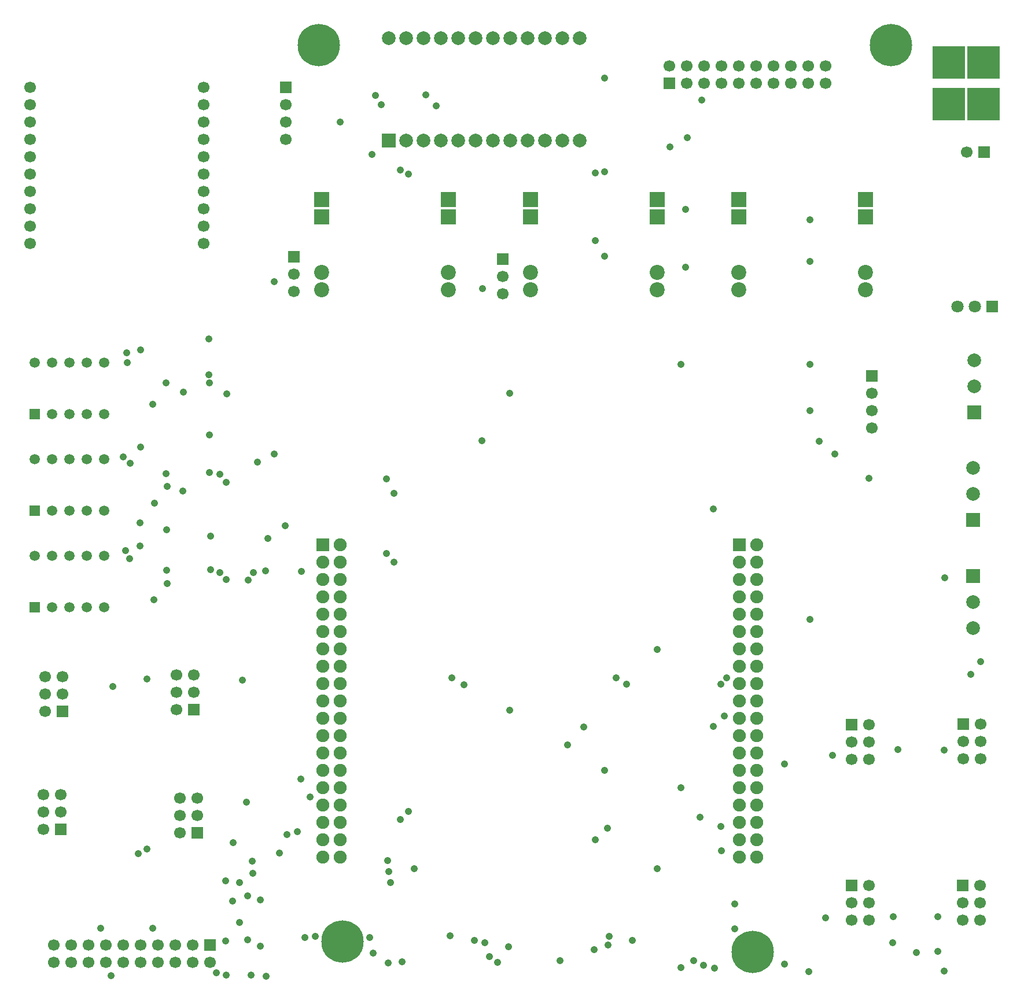
<source format=gbs>
G04*
G04 #@! TF.GenerationSoftware,Altium Limited,Altium Designer,22.11.1 (43)*
G04*
G04 Layer_Color=16711935*
%FSLAX25Y25*%
%MOIN*%
G70*
G04*
G04 #@! TF.SameCoordinates,543C29E0-401B-4264-9DD2-DFAFA9D5F2C1*
G04*
G04*
G04 #@! TF.FilePolarity,Negative*
G04*
G01*
G75*
%ADD30R,0.08661X0.08661*%
%ADD31C,0.08661*%
%ADD32C,0.06693*%
%ADD33R,0.06693X0.06693*%
%ADD34R,0.06693X0.06693*%
%ADD35C,0.07874*%
%ADD36R,0.07874X0.07874*%
%ADD37R,0.06693X0.06693*%
%ADD38R,0.07480X0.07480*%
%ADD39C,0.07480*%
%ADD40R,0.06693X0.06693*%
%ADD41R,0.18504X0.18504*%
%ADD42C,0.07087*%
%ADD43R,0.07087X0.07087*%
%ADD44C,0.05906*%
%ADD45R,0.05906X0.05906*%
%ADD46C,0.24410*%
%ADD47C,0.04134*%
D30*
X261894Y457387D02*
D03*
Y447387D02*
D03*
X188894D02*
D03*
Y457387D02*
D03*
X502051D02*
D03*
Y447387D02*
D03*
X429051D02*
D03*
Y457387D02*
D03*
X308972D02*
D03*
Y447387D02*
D03*
X381972D02*
D03*
Y457387D02*
D03*
D31*
X188894Y405387D02*
D03*
X261894D02*
D03*
X188894Y415387D02*
D03*
X261894D02*
D03*
X429051Y405387D02*
D03*
X502051D02*
D03*
X429051Y415387D02*
D03*
X502051D02*
D03*
X381972D02*
D03*
X308972D02*
D03*
X381972Y405387D02*
D03*
X308972D02*
D03*
D32*
X293000Y402800D02*
D03*
Y412800D02*
D03*
X458976Y534311D02*
D03*
Y524311D02*
D03*
X448976Y534311D02*
D03*
Y524311D02*
D03*
X438976Y534311D02*
D03*
Y524311D02*
D03*
X428976Y534311D02*
D03*
Y524311D02*
D03*
X418976Y534311D02*
D03*
Y524311D02*
D03*
X408976Y534311D02*
D03*
Y524311D02*
D03*
X398976Y534311D02*
D03*
Y524311D02*
D03*
X388976Y534311D02*
D03*
X468976Y524311D02*
D03*
Y534311D02*
D03*
X478976Y524311D02*
D03*
Y534311D02*
D03*
X120827Y521874D02*
D03*
Y511874D02*
D03*
Y501874D02*
D03*
Y491874D02*
D03*
Y481874D02*
D03*
Y471874D02*
D03*
Y461874D02*
D03*
Y451874D02*
D03*
Y441874D02*
D03*
Y431874D02*
D03*
X20827D02*
D03*
Y441874D02*
D03*
Y451874D02*
D03*
Y461874D02*
D03*
Y471874D02*
D03*
Y481874D02*
D03*
Y491874D02*
D03*
Y501874D02*
D03*
Y511874D02*
D03*
Y521874D02*
D03*
X105236Y163228D02*
D03*
X115236Y183228D02*
D03*
X105236D02*
D03*
Y173228D02*
D03*
X115236D02*
D03*
X29449Y162244D02*
D03*
X39449Y182244D02*
D03*
X29449D02*
D03*
Y172244D02*
D03*
X39449D02*
D03*
X107205Y92362D02*
D03*
X117205Y112362D02*
D03*
X107205D02*
D03*
Y102362D02*
D03*
X117205D02*
D03*
X28465Y94331D02*
D03*
X38465Y114331D02*
D03*
X28465D02*
D03*
Y104331D02*
D03*
X38465D02*
D03*
X34488Y17717D02*
D03*
Y27716D02*
D03*
X44488Y17717D02*
D03*
Y27716D02*
D03*
X124488Y17717D02*
D03*
X114488Y27716D02*
D03*
Y17717D02*
D03*
X104488Y27716D02*
D03*
Y17717D02*
D03*
X94488Y27716D02*
D03*
Y17717D02*
D03*
X84488Y27716D02*
D03*
Y17717D02*
D03*
X74488Y27716D02*
D03*
Y17717D02*
D03*
X64488Y27716D02*
D03*
Y17717D02*
D03*
X54488Y27716D02*
D03*
Y17717D02*
D03*
X560500Y484700D02*
D03*
X172900Y414400D02*
D03*
Y404400D02*
D03*
X568071Y61811D02*
D03*
X558071Y41811D02*
D03*
X568071D02*
D03*
Y51811D02*
D03*
X558071D02*
D03*
X504095Y62008D02*
D03*
X494095Y42008D02*
D03*
X504095D02*
D03*
Y52008D02*
D03*
X494095D02*
D03*
X568307Y155079D02*
D03*
X558307Y135079D02*
D03*
X568307D02*
D03*
Y145079D02*
D03*
X558307D02*
D03*
X504095Y154528D02*
D03*
X494095Y134528D02*
D03*
X504095D02*
D03*
Y144528D02*
D03*
X494095D02*
D03*
X505905Y325630D02*
D03*
Y335630D02*
D03*
Y345630D02*
D03*
X168110Y491968D02*
D03*
Y501968D02*
D03*
Y511969D02*
D03*
D33*
X293000Y422800D02*
D03*
X172900Y424400D02*
D03*
D34*
X388976Y524311D02*
D03*
X124488Y27716D02*
D03*
D35*
X564700Y364700D02*
D03*
Y349700D02*
D03*
X563976Y302547D02*
D03*
Y287547D02*
D03*
X337480Y550197D02*
D03*
X327480D02*
D03*
X317480D02*
D03*
X307480D02*
D03*
X297480D02*
D03*
X287480D02*
D03*
X277480D02*
D03*
X267480D02*
D03*
X257480D02*
D03*
X247480D02*
D03*
X237480D02*
D03*
X227480D02*
D03*
X337480Y491142D02*
D03*
X327480D02*
D03*
X317480D02*
D03*
X307480D02*
D03*
X297480D02*
D03*
X287480D02*
D03*
X277480D02*
D03*
X267480D02*
D03*
X257480D02*
D03*
X247480D02*
D03*
X237480D02*
D03*
X563976Y225394D02*
D03*
Y210394D02*
D03*
D36*
X564700Y334700D02*
D03*
X563976Y272547D02*
D03*
X227480Y491142D02*
D03*
X563976Y240394D02*
D03*
D37*
X115236Y163228D02*
D03*
X39449Y162244D02*
D03*
X117205Y92362D02*
D03*
X38465Y94331D02*
D03*
X558071Y61811D02*
D03*
X494095Y62008D02*
D03*
X558307Y155079D02*
D03*
X494095Y154528D02*
D03*
X505905Y355630D02*
D03*
X168110Y521969D02*
D03*
D38*
X429272Y258169D02*
D03*
X189272D02*
D03*
D39*
X439272D02*
D03*
X429272Y248169D02*
D03*
X439272D02*
D03*
X429272Y238169D02*
D03*
X439272D02*
D03*
X429272Y228169D02*
D03*
X439272D02*
D03*
X429272Y218169D02*
D03*
X439272D02*
D03*
X429272Y208169D02*
D03*
X439272D02*
D03*
X429272Y198169D02*
D03*
X439272D02*
D03*
X429272Y188169D02*
D03*
X439272D02*
D03*
X429272Y178169D02*
D03*
X439272D02*
D03*
X429272Y168169D02*
D03*
X439272D02*
D03*
X429272Y158169D02*
D03*
X439272D02*
D03*
X429272Y148169D02*
D03*
X439272D02*
D03*
X429272Y138169D02*
D03*
X439272D02*
D03*
X429272Y128169D02*
D03*
X439272D02*
D03*
X429272Y118169D02*
D03*
X439272D02*
D03*
X429272Y108169D02*
D03*
X439272D02*
D03*
X429272Y98169D02*
D03*
X439272D02*
D03*
X429272Y88169D02*
D03*
X439272D02*
D03*
X429272Y78169D02*
D03*
X439272D02*
D03*
X199272Y258169D02*
D03*
X189272Y248169D02*
D03*
X199272D02*
D03*
X189272Y238169D02*
D03*
X199272D02*
D03*
X189272Y228169D02*
D03*
X199272D02*
D03*
X189272Y218169D02*
D03*
X199272D02*
D03*
X189272Y208169D02*
D03*
X199272D02*
D03*
X189272Y198169D02*
D03*
X199272D02*
D03*
X189272Y188169D02*
D03*
X199272D02*
D03*
X189272Y178169D02*
D03*
X199272D02*
D03*
X189272Y168169D02*
D03*
X199272D02*
D03*
X189272Y158169D02*
D03*
X199272D02*
D03*
X189272Y148169D02*
D03*
X199272D02*
D03*
X189272Y138169D02*
D03*
X199272D02*
D03*
X189272Y128169D02*
D03*
X199272D02*
D03*
X189272Y118169D02*
D03*
X199272D02*
D03*
X189272Y108169D02*
D03*
X199272D02*
D03*
X189272Y98169D02*
D03*
X199272D02*
D03*
X189272Y88169D02*
D03*
X199272D02*
D03*
X189272Y78169D02*
D03*
X199272D02*
D03*
D40*
X570500Y484700D02*
D03*
D41*
X570138Y512311D02*
D03*
X550138D02*
D03*
X570138Y536311D02*
D03*
X550138D02*
D03*
D42*
X564961Y395669D02*
D03*
X554961Y395669D02*
D03*
D43*
X574961D02*
D03*
D44*
X33307Y222402D02*
D03*
X23307Y252008D02*
D03*
X63307D02*
D03*
X53307D02*
D03*
X43307D02*
D03*
X33307D02*
D03*
X63307Y222402D02*
D03*
X53307D02*
D03*
X43307D02*
D03*
X33307Y278012D02*
D03*
X23307Y307618D02*
D03*
X63307D02*
D03*
X53307D02*
D03*
X43307D02*
D03*
X33307D02*
D03*
X63307Y278012D02*
D03*
X53307D02*
D03*
X43307D02*
D03*
X33307Y333622D02*
D03*
X23307Y363228D02*
D03*
X63307D02*
D03*
X53307D02*
D03*
X43307D02*
D03*
X33307D02*
D03*
X63307Y333622D02*
D03*
X53307D02*
D03*
X43307D02*
D03*
D45*
X23307Y222402D02*
D03*
Y278012D02*
D03*
Y333622D02*
D03*
D46*
X200787Y29528D02*
D03*
X437008Y23622D02*
D03*
X187008Y546260D02*
D03*
X516732D02*
D03*
D47*
X146063Y55905D02*
D03*
X217900Y483200D02*
D03*
X199400Y501900D02*
D03*
X346500Y472700D02*
D03*
Y433500D02*
D03*
Y88200D02*
D03*
X351800Y527300D02*
D03*
X351700Y473300D02*
D03*
Y424600D02*
D03*
X223200Y511800D02*
D03*
X254900Y511400D02*
D03*
X219900Y517400D02*
D03*
X248900Y517500D02*
D03*
X226200Y296400D02*
D03*
Y253200D02*
D03*
X230500Y287900D02*
D03*
Y248200D02*
D03*
X351723Y128175D02*
D03*
X297100Y162900D02*
D03*
Y345600D02*
D03*
X470100Y215200D02*
D03*
X470000Y335500D02*
D03*
X547800Y239200D02*
D03*
X345900Y25000D02*
D03*
X353800Y27600D02*
D03*
X353400Y95000D02*
D03*
X518200Y44100D02*
D03*
X517900Y29000D02*
D03*
X547300Y12500D02*
D03*
X531300Y23400D02*
D03*
X469300Y12400D02*
D03*
X455500Y16700D02*
D03*
X426700Y51200D02*
D03*
X426600Y37000D02*
D03*
X520700Y140200D02*
D03*
X455500Y131800D02*
D03*
X415000Y14400D02*
D03*
X403200Y18500D02*
D03*
X408800Y15900D02*
D03*
X395669Y14610D02*
D03*
X406700Y101400D02*
D03*
X543700Y44000D02*
D03*
Y23900D02*
D03*
X547300Y139900D02*
D03*
X479200Y43300D02*
D03*
X483000Y136800D02*
D03*
X282700Y28800D02*
D03*
X296400Y26600D02*
D03*
X285300Y20800D02*
D03*
X290000Y17700D02*
D03*
X562800Y183700D02*
D03*
X568400Y190900D02*
D03*
X504000Y296500D02*
D03*
X339700Y153200D02*
D03*
X326200Y18500D02*
D03*
X330500Y143100D02*
D03*
X145500Y109900D02*
D03*
X185100Y32700D02*
D03*
X179200Y31982D02*
D03*
X141300Y63600D02*
D03*
X218300Y23000D02*
D03*
X235200Y17800D02*
D03*
X227200Y17400D02*
D03*
X216400Y31900D02*
D03*
X143200Y180300D02*
D03*
X226600Y76300D02*
D03*
X227300Y70100D02*
D03*
X148900Y76100D02*
D03*
X88150Y83050D02*
D03*
X149200Y68800D02*
D03*
X83100Y80200D02*
D03*
X276700Y30400D02*
D03*
X270800Y177500D02*
D03*
X262900Y33000D02*
D03*
X263700Y181700D02*
D03*
X354500Y32700D02*
D03*
X367700Y30300D02*
D03*
X364400Y177800D02*
D03*
X358300Y181700D02*
D03*
X422100D02*
D03*
X418700Y177900D02*
D03*
X68300Y176700D02*
D03*
X88200Y180800D02*
D03*
X167700Y269400D02*
D03*
X157900Y262000D02*
D03*
X414400Y278900D02*
D03*
Y153600D02*
D03*
X151800Y306000D02*
D03*
X182000Y113100D02*
D03*
X146400Y238100D02*
D03*
X164400Y80600D02*
D03*
X168900Y91200D02*
D03*
X149300Y242300D02*
D03*
X174600Y93000D02*
D03*
X156500Y243400D02*
D03*
X177200Y243100D02*
D03*
X176900Y123400D02*
D03*
X99400Y266864D02*
D03*
X84200Y270800D02*
D03*
X133900Y238400D02*
D03*
X130000Y242300D02*
D03*
X124700Y244100D02*
D03*
X133900Y294400D02*
D03*
X130000Y299100D02*
D03*
X134000Y345200D02*
D03*
X124100Y299800D02*
D03*
X124200Y351500D02*
D03*
X123800Y356400D02*
D03*
X108700Y289200D02*
D03*
X99800Y236100D02*
D03*
X92100Y226600D02*
D03*
X99400Y243600D02*
D03*
X84200Y257500D02*
D03*
X78200Y250300D02*
D03*
X75600Y254900D02*
D03*
X124700Y263300D02*
D03*
X109100Y346400D02*
D03*
X99600Y291800D02*
D03*
X99100Y299200D02*
D03*
X92327Y282273D02*
D03*
X84300Y314500D02*
D03*
X99100Y351700D02*
D03*
X78400Y305171D02*
D03*
X74400Y309000D02*
D03*
X124100Y321700D02*
D03*
X76700Y363400D02*
D03*
X76400Y368900D02*
D03*
X123900Y376900D02*
D03*
X84300Y370500D02*
D03*
X91300Y339200D02*
D03*
X484500Y310600D02*
D03*
X161500Y310700D02*
D03*
X161400Y410000D02*
D03*
X475400Y318100D02*
D03*
X281200Y318200D02*
D03*
X281300Y405900D02*
D03*
X398500Y418200D02*
D03*
X398400Y451500D02*
D03*
X389300Y487600D02*
D03*
X399400Y492800D02*
D03*
X407817Y514647D02*
D03*
X133300Y64700D02*
D03*
X133399Y29836D02*
D03*
X128100Y11573D02*
D03*
X382000Y198000D02*
D03*
X382200Y71700D02*
D03*
X242063D02*
D03*
X228500Y63500D02*
D03*
X141400Y40569D02*
D03*
X137600Y86600D02*
D03*
X137500Y52900D02*
D03*
X420900Y159500D02*
D03*
X418800Y96000D02*
D03*
X419000Y82000D02*
D03*
X148000Y10200D02*
D03*
X133800Y10400D02*
D03*
X146063Y30709D02*
D03*
X156693Y9449D02*
D03*
X91339Y37402D02*
D03*
X61417D02*
D03*
X67323Y9843D02*
D03*
X153543Y26772D02*
D03*
Y53543D02*
D03*
X234252Y100000D02*
D03*
Y474409D02*
D03*
X238890Y104750D02*
D03*
X238910Y472047D02*
D03*
X395669Y118110D02*
D03*
Y362205D02*
D03*
X470079D02*
D03*
Y421654D02*
D03*
Y445669D02*
D03*
M02*

</source>
